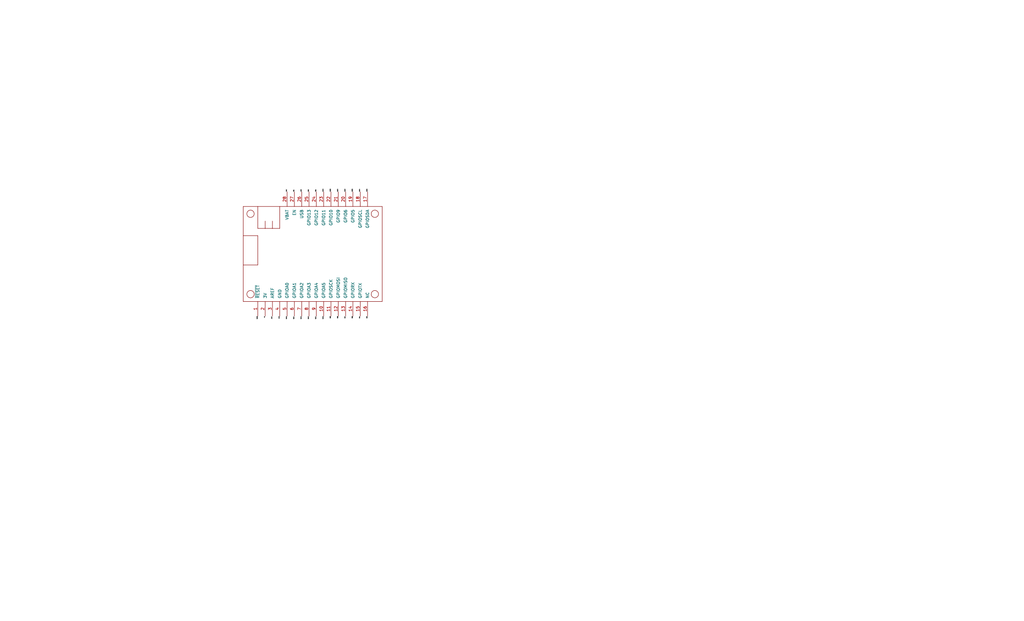
<source format=kicad_sch>
(kicad_sch (version 20211123) (generator eeschema)
  (paper "USLegal")
  (title_block (title "FeatherWing.sch") (date "3 SEP 2024"))
  (lib_symbols
    (symbol "FeatherWing:FEATHERWING" (pin_names (offset 1.016))
      (symbol "FEATHERWING_1_0"
        (polyline (pts (xy 0 0) (xy 48.26 0)))
        (polyline (pts (xy 0 12.7) (xy 0 0)))
        (polyline (pts (xy 0 22.86) (xy 0 12.7)))
        (polyline (pts (xy 0 22.86) (xy 5.08 22.86)))
        (polyline (pts (xy 0 33.02) (xy 0 22.86)))
        (polyline (pts (xy 5.08 12.7) (xy 0 12.7)))
        (polyline (pts (xy 5.08 22.86) (xy 5.08 12.7)))
        (polyline (pts (xy 5.08 25.4) (xy 7.62 25.4)))
        (polyline (pts (xy 5.08 33.02) (xy 0 33.02)))
        (polyline (pts (xy 5.08 33.02) (xy 5.08 25.4)))
        (polyline (pts (xy 7.62 25.4) (xy 10.16 25.4)))
        (polyline (pts (xy 7.62 27.94) (xy 7.62 25.4)))
        (polyline (pts (xy 10.16 25.4) (xy 12.7 25.4)))
        (polyline (pts (xy 10.16 27.94) (xy 10.16 25.4)))
        (polyline (pts (xy 12.7 25.4) (xy 12.7 33.02)))
        (polyline (pts (xy 12.7 33.02) (xy 5.08 33.02)))
        (polyline (pts (xy 48.26 0) (xy 48.26 33.02)))
        (polyline (pts (xy 48.26 33.02) (xy 12.7 33.02)))
      )
      (symbol "FEATHERWING_1_1"
        (circle (center 2.54 2.54) (radius 1.27))
        (circle (center 2.54 30.48) (radius 1.27))
        (circle (center 45.72 2.54) (radius 1.27))
        (circle (center 45.72 30.48) (radius 1.27))
        (pin input line (at 5.08 -5.08 90) (length 5.08) (name "~{RESET}") (number "1"))
        (pin bidirectional line (at 27.94 -5.08 90) (length 5.08) (name "GPIOA5") (number "10"))
        (pin bidirectional line (at 30.48 -5.08 90) (length 5.08) (name "GPIOSCK") (number "11"))
        (pin bidirectional line (at 33.02 -5.08 90) (length 5.08) (name "GPIOMOSI") (number "12"))
        (pin bidirectional line (at 35.56 -5.08 90) (length 5.08) (name "GPIOMISO") (number "13"))
        (pin bidirectional line (at 38.1 -5.08 90) (length 5.08) (name "GPIORX") (number "14"))
        (pin bidirectional line (at 40.64 -5.08 90) (length 5.08) (name "GPIOTX") (number "15"))
        (pin passive line (at 43.18 -5.08 90) (length 5.08) (name "NC") (number "16"))
        (pin bidirectional line (at 43.18 38.1 270) (length 5.08) (name "GPIOSDA") (number "17"))
        (pin bidirectional line (at 40.64 38.1 270) (length 5.08) (name "GPIOSCL") (number "18"))
        (pin bidirectional line (at 38.1 38.1 270) (length 5.08) (name "GPIO5") (number "19"))
        (pin power_out line (at 7.62 -5.08 90) (length 5.08) (name "3V") (number "2"))
        (pin bidirectional line (at 35.56 38.1 270) (length 5.08) (name "GPIO6") (number "20"))
        (pin bidirectional line (at 33.02 38.1 270) (length 5.08) (name "GPIO9") (number "21"))
        (pin bidirectional line (at 30.48 38.1 270) (length 5.08) (name "GPIO10") (number "22"))
        (pin bidirectional line (at 27.94 38.1 270) (length 5.08) (name "GPIO11") (number "23"))
        (pin bidirectional line (at 25.4 38.1 270) (length 5.08) (name "GPIO12") (number "24"))
        (pin bidirectional line (at 22.86 38.1 270) (length 5.08) (name "GPIO13") (number "25"))
        (pin power_out line (at 20.32 38.1 270) (length 5.08) (name "USB") (number "26"))
        (pin passive line (at 17.78 38.1 270) (length 5.08) (name "EN") (number "27"))
        (pin power_out line (at 15.24 38.1 270) (length 5.08) (name "VBAT") (number "28"))
        (pin passive line (at 10.16 -5.08 90) (length 5.08) (name "AREF") (number "3"))
        (pin power_in line (at 12.7 -5.08 90) (length 5.08) (name "GND") (number "4"))
        (pin bidirectional line (at 15.24 -5.08 90) (length 5.08) (name "GPIOA0") (number "5"))
        (pin bidirectional line (at 17.78 -5.08 90) (length 5.08) (name "GPIOA1") (number "6"))
        (pin bidirectional line (at 20.32 -5.08 90) (length 5.08) (name "GPIOA2") (number "7"))
        (pin bidirectional line (at 22.86 -5.08 90) (length 5.08) (name "GPIOA3") (number "8"))
        (pin bidirectional line (at 25.4 -5.08 90) (length 5.08) (name "GPIOA4") (number "9"))
      )
    )
  )
  (label "N$4" (at 125.095 109.855 270) (effects (font (size 0.254 0.254))))
  (label "N$3" (at 107.315 66.675 90) (effects (font (size 0.254 0.254))))
  (label "N$23" (at 122.555 66.675 90) (effects (font (size 0.254 0.254))))
  (label "N$25" (at 127.635 66.675 90) (effects (font (size 0.254 0.254))))
  (label "3V" (at 92.075 109.855 270) (effects (font (size 0.254 0.254))))
  (label "GND" (at 97.155 109.855 270) (effects (font (size 0.254 0.254))))
  (label "N$2" (at 127.635 109.855 270) (effects (font (size 0.254 0.254))))
  (label "N$9" (at 114.935 109.855 270) (effects (font (size 0.254 0.254))))
  (label "N$10" (at 112.395 109.855 270) (effects (font (size 0.254 0.254))))
  (label "N$13" (at 104.775 109.855 270) (effects (font (size 0.254 0.254))))
  (label "N$11" (at 109.855 109.855 270) (effects (font (size 0.254 0.254))))
  (label "N$22" (at 120.015 66.675 90) (effects (font (size 0.254 0.254))))
  (label "AREF" (at 94.615 109.855 270) (effects (font (size 0.254 0.254))))
  (label "N$7" (at 120.015 109.855 270) (effects (font (size 0.254 0.254))))
  (label "N$1" (at 102.235 66.675 90) (effects (font (size 0.254 0.254))))
  (label "N$6" (at 122.555 109.855 270) (effects (font (size 0.254 0.254))))
  (label "N$5" (at 109.855 66.675 90) (effects (font (size 0.254 0.254))))
  (label "N$24" (at 125.095 66.675 90) (effects (font (size 0.254 0.254))))
  (label "N$8" (at 117.475 109.855 270) (effects (font (size 0.254 0.254))))
  (label "N$21" (at 117.475 66.675 90) (effects (font (size 0.254 0.254))))
  (label "USB" (at 104.775 66.675 90) (effects (font (size 0.254 0.254))))
  (label "N$20" (at 114.935 66.675 90) (effects (font (size 0.254 0.254))))
  (label "N$19" (at 112.395 66.675 90) (effects (font (size 0.254 0.254))))
  (label "N$18" (at 89.535 109.855 270) (effects (font (size 0.254 0.254))))
  (label "N$14" (at 102.235 109.855 270) (effects (font (size 0.254 0.254))))
  (label "N$12" (at 107.315 109.855 270) (effects (font (size 0.254 0.254))))
  (label "VBAT" (at 99.695 66.675 90) (effects (font (size 0.254 0.254))))
  (label "N$15" (at 99.695 109.855 270) (effects (font (size 0.254 0.254))))
  (symbol (lib_id "FeatherWing:FEATHERWING") (at 84.455 104.775 0) (unit 1)
    (property "Reference" "MS1" (effects hide))
    (property "Value" "FEATHERWING" (effects hide))
    (property "Footprint" "FeatherWing:FEATHERWING" (effects hide))
  )
)
</source>
